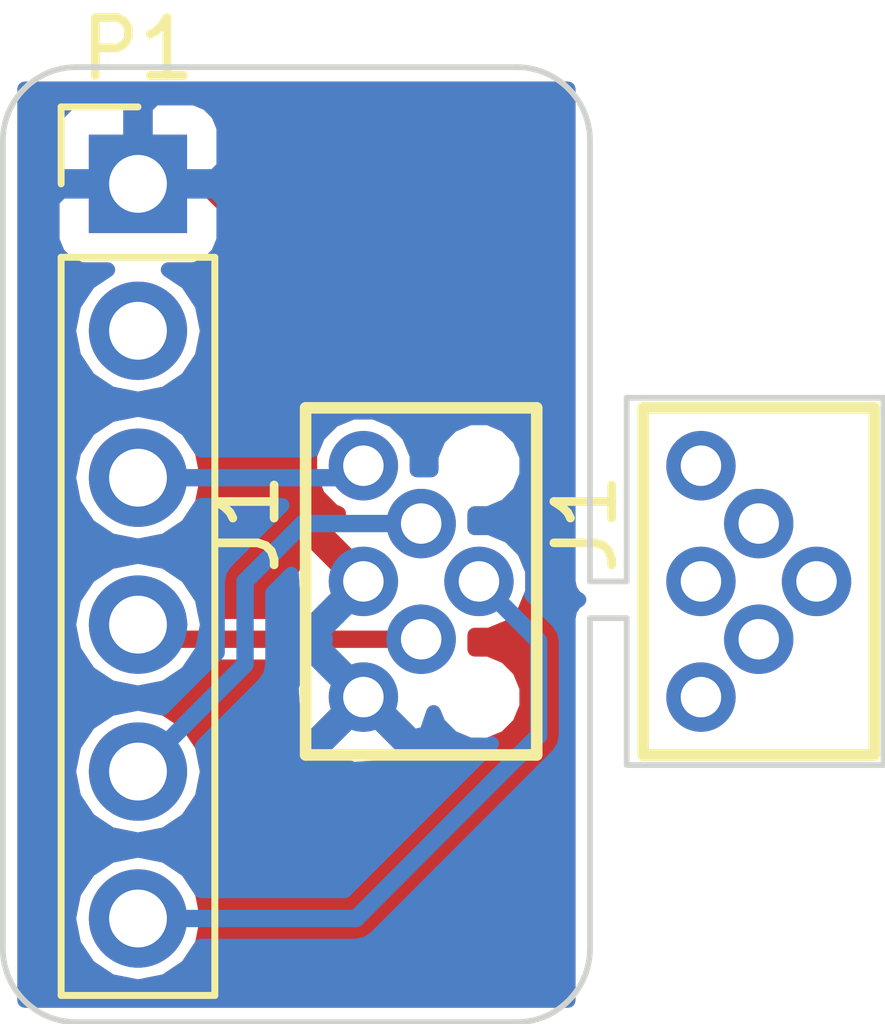
<source format=kicad_pcb>
(kicad_pcb (version 20170919) (host pcbnew "(2017-09-19 revision dddaa7e69)-makepkg")

  (general
    (thickness 1.6)
    (drawings 16)
    (tracks 19)
    (zones 0)
    (modules 3)
    (nets 7)
  )

  (page A4)
  (layers
    (0 F.Cu signal)
    (31 B.Cu signal)
    (32 B.Adhes user)
    (33 F.Adhes user)
    (34 B.Paste user)
    (35 F.Paste user)
    (36 B.SilkS user)
    (37 F.SilkS user)
    (38 B.Mask user)
    (39 F.Mask user)
    (40 Dwgs.User user)
    (41 Cmts.User user)
    (42 Eco1.User user)
    (43 Eco2.User user)
    (44 Edge.Cuts user)
    (45 Margin user)
    (46 B.CrtYd user)
    (47 F.CrtYd user)
    (48 B.Fab user)
    (49 F.Fab user hide)
  )

  (setup
    (last_trace_width 0.25)
    (trace_clearance 0.1)
    (zone_clearance 0.2)
    (zone_45_only no)
    (trace_min 0.2)
    (segment_width 0.2)
    (edge_width 0.1)
    (via_size 0.8)
    (via_drill 0.4)
    (via_min_size 0.4)
    (via_min_drill 0.3)
    (uvia_size 0.3)
    (uvia_drill 0.1)
    (uvias_allowed no)
    (uvia_min_size 0.2)
    (uvia_min_drill 0.1)
    (pcb_text_width 0.3)
    (pcb_text_size 1.5 1.5)
    (mod_edge_width 0.15)
    (mod_text_size 1 1)
    (mod_text_width 0.15)
    (pad_size 1.2 1.2)
    (pad_drill 0.7)
    (pad_to_mask_clearance 0)
    (aux_axis_origin 0 0)
    (visible_elements 7FFFFFFF)
    (pcbplotparams
      (layerselection 0x01000_ffffffff)
      (usegerberextensions false)
      (usegerberattributes true)
      (usegerberadvancedattributes true)
      (creategerberjobfile true)
      (excludeedgelayer true)
      (linewidth 2.000000)
      (plotframeref false)
      (viasonmask false)
      (mode 1)
      (useauxorigin false)
      (hpglpennumber 1)
      (hpglpenspeed 20)
      (hpglpendiameter 15)
      (psnegative false)
      (psa4output false)
      (plotreference true)
      (plotvalue true)
      (plotinvisibletext false)
      (padsonsilk false)
      (subtractmaskfromsilk false)
      (outputformat 1)
      (mirror false)
      (drillshape 0)
      (scaleselection 1)
      (outputdirectory ./gerb))
  )

  (net 0 "")
  (net 1 "Net-(J1-Pad1)")
  (net 2 "Net-(J1-Pad2)")
  (net 3 "Net-(J1-Pad3)")
  (net 4 "Net-(J1-Pad4)")
  (net 5 "Net-(P1-Pad2)")
  (net 6 GND)

  (net_class Default "This is the default net class."
    (clearance 0.1)
    (trace_width 0.25)
    (via_dia 0.8)
    (via_drill 0.4)
    (uvia_dia 0.3)
    (uvia_drill 0.1)
    (add_net GND)
    (add_net "Net-(J1-Pad1)")
    (add_net "Net-(J1-Pad2)")
    (add_net "Net-(J1-Pad3)")
    (add_net "Net-(J1-Pad4)")
    (add_net "Net-(P1-Pad2)")
  )

  (module Socket_Strips:Socket_Strip_Straight_1x06_Pitch2.54mm (layer F.Cu) (tedit 58CD5446) (tstamp 59D81C81)
    (at 124.258095 160.1325)
    (descr "Through hole straight socket strip, 1x06, 2.54mm pitch, single row")
    (tags "Through hole socket strip THT 1x06 2.54mm single row")
    (path /59D80F83)
    (fp_text reference P1 (at 0 -2.33) (layer F.SilkS)
      (effects (font (size 1 1) (thickness 0.15)))
    )
    (fp_text value TTL_232R_3V3 (at 0 15.03) (layer F.Fab)
      (effects (font (size 1 1) (thickness 0.15)))
    )
    (fp_text user %R (at 0 -2.33) (layer F.Fab)
      (effects (font (size 1 1) (thickness 0.15)))
    )
    (fp_line (start 1.8 -1.8) (end -1.8 -1.8) (layer F.CrtYd) (width 0.05))
    (fp_line (start 1.8 14.5) (end 1.8 -1.8) (layer F.CrtYd) (width 0.05))
    (fp_line (start -1.8 14.5) (end 1.8 14.5) (layer F.CrtYd) (width 0.05))
    (fp_line (start -1.8 -1.8) (end -1.8 14.5) (layer F.CrtYd) (width 0.05))
    (fp_line (start -1.33 -1.33) (end 0 -1.33) (layer F.SilkS) (width 0.12))
    (fp_line (start -1.33 0) (end -1.33 -1.33) (layer F.SilkS) (width 0.12))
    (fp_line (start 1.33 1.27) (end -1.33 1.27) (layer F.SilkS) (width 0.12))
    (fp_line (start 1.33 14.03) (end 1.33 1.27) (layer F.SilkS) (width 0.12))
    (fp_line (start -1.33 14.03) (end 1.33 14.03) (layer F.SilkS) (width 0.12))
    (fp_line (start -1.33 1.27) (end -1.33 14.03) (layer F.SilkS) (width 0.12))
    (fp_line (start 1.27 -1.27) (end -1.27 -1.27) (layer F.Fab) (width 0.1))
    (fp_line (start 1.27 13.97) (end 1.27 -1.27) (layer F.Fab) (width 0.1))
    (fp_line (start -1.27 13.97) (end 1.27 13.97) (layer F.Fab) (width 0.1))
    (fp_line (start -1.27 -1.27) (end -1.27 13.97) (layer F.Fab) (width 0.1))
    (pad 6 thru_hole oval (at 0 12.7) (size 1.7 1.7) (drill 1) (layers *.Cu *.Mask)
      (net 1 "Net-(J1-Pad1)"))
    (pad 5 thru_hole oval (at 0 10.16) (size 1.7 1.7) (drill 1) (layers *.Cu *.Mask)
      (net 2 "Net-(J1-Pad2)"))
    (pad 4 thru_hole oval (at 0 7.62) (size 1.7 1.7) (drill 1) (layers *.Cu *.Mask)
      (net 3 "Net-(J1-Pad3)"))
    (pad 3 thru_hole oval (at 0 5.08) (size 1.7 1.7) (drill 1) (layers *.Cu *.Mask)
      (net 4 "Net-(J1-Pad4)"))
    (pad 2 thru_hole oval (at 0 2.54) (size 1.7 1.7) (drill 1) (layers *.Cu *.Mask)
      (net 5 "Net-(P1-Pad2)"))
    (pad 1 thru_hole rect (at 0 0) (size 1.7 1.7) (drill 1) (layers *.Cu *.Mask)
      (net 6 GND))
    (model ${KISYS3DMOD}/Socket_Strips.3dshapes/Socket_Strip_Straight_1x06_Pitch2.54mm.wrl
      (at (xyz 0 -0.25 0))
      (scale (xyz 1 1 1))
      (rotate (xyz 0 0 270))
    )
  )

  (module myStuff:myPogoPads (layer F.Cu) (tedit 59D80FB6) (tstamp 59D84A25)
    (at 135.001 167.005 270)
    (path /59D80D8F)
    (fp_text reference J1 (at -1 3 270) (layer F.SilkS)
      (effects (font (size 1 1) (thickness 0.15)))
    )
    (fp_text value Conn_01x06 (at 0 -3 270) (layer F.Fab)
      (effects (font (size 1 1) (thickness 0.15)))
    )
    (fp_line (start 3 2) (end -3 2) (layer F.SilkS) (width 0.2))
    (fp_line (start 3 -2) (end 3 2) (layer F.SilkS) (width 0.2))
    (fp_line (start -3 -2) (end 3 -2) (layer F.SilkS) (width 0.2))
    (fp_line (start -3 -2) (end -3 2) (layer F.SilkS) (width 0.2))
    (pad "" np_thru_hole circle (at 2 -1 270) (size 1 1) (drill 1) (layers *.Cu *.Mask))
    (pad "" np_thru_hole circle (at -2 -1 270) (size 1 1) (drill 1) (layers *.Cu *.Mask))
    (pad 6 thru_hole circle (at 2 1 270) (size 1.2 1.2) (drill 0.7) (layers *.Cu *.Mask)
      (net 6 GND))
    (pad 5 thru_hole circle (at 0 1 270) (size 1.2 1.2) (drill 0.7) (layers *.Cu *.Mask)
      (net 6 GND))
    (pad 4 thru_hole circle (at -2 1 270) (size 1.2 1.2) (drill 0.7) (layers *.Cu *.Mask)
      (net 4 "Net-(J1-Pad4)"))
    (pad 3 thru_hole circle (at 1 0 270) (size 1.2 1.2) (drill 0.7) (layers *.Cu *.Mask)
      (net 3 "Net-(J1-Pad3)"))
    (pad 2 thru_hole circle (at -1 0 270) (size 1.2 1.2) (drill 0.7) (layers *.Cu *.Mask)
      (net 2 "Net-(J1-Pad2)"))
    (pad 1 thru_hole circle (at 0 -1 270) (size 1.2 1.2) (drill 0.7) (layers *.Cu *.Mask)
      (net 1 "Net-(J1-Pad1)"))
  )

  (module myStuff:myPogoPads (layer F.Cu) (tedit 59D80FB6) (tstamp 59D80F72)
    (at 129.159 167.005 270)
    (path /59D80D8F)
    (fp_text reference J1 (at -1 3 270) (layer F.SilkS)
      (effects (font (size 1 1) (thickness 0.15)))
    )
    (fp_text value Conn_01x06 (at 0 -3 270) (layer F.Fab)
      (effects (font (size 1 1) (thickness 0.15)))
    )
    (fp_line (start -3 -2) (end -3 2) (layer F.SilkS) (width 0.2))
    (fp_line (start -3 -2) (end 3 -2) (layer F.SilkS) (width 0.2))
    (fp_line (start 3 -2) (end 3 2) (layer F.SilkS) (width 0.2))
    (fp_line (start 3 2) (end -3 2) (layer F.SilkS) (width 0.2))
    (pad 1 thru_hole circle (at 0 -1 270) (size 1.2 1.2) (drill 0.7) (layers *.Cu *.Mask)
      (net 1 "Net-(J1-Pad1)"))
    (pad 2 thru_hole circle (at -1 0 270) (size 1.2 1.2) (drill 0.7) (layers *.Cu *.Mask)
      (net 2 "Net-(J1-Pad2)"))
    (pad 3 thru_hole circle (at 1 0 270) (size 1.2 1.2) (drill 0.7) (layers *.Cu *.Mask)
      (net 3 "Net-(J1-Pad3)"))
    (pad 4 thru_hole circle (at -2 1 270) (size 1.2 1.2) (drill 0.7) (layers *.Cu *.Mask)
      (net 4 "Net-(J1-Pad4)"))
    (pad 5 thru_hole circle (at 0 1 270) (size 1.2 1.2) (drill 0.7) (layers *.Cu *.Mask)
      (net 6 GND))
    (pad 6 thru_hole circle (at 2 1 270) (size 1.2 1.2) (drill 0.7) (layers *.Cu *.Mask)
      (net 6 GND))
    (pad "" np_thru_hole circle (at -2 -1 270) (size 1 1) (drill 1) (layers *.Cu *.Mask))
    (pad "" np_thru_hole circle (at 2 -1 270) (size 1 1) (drill 1) (layers *.Cu *.Mask))
  )

  (gr_arc (start 123.19 159.385) (end 123.19 158.115) (angle -90) (layer Edge.Cuts) (width 0.1) (tstamp 59D81CF5))
  (gr_arc (start 130.81 159.385) (end 132.08 159.385) (angle -90) (layer Edge.Cuts) (width 0.1) (tstamp 59D81CF2))
  (gr_arc (start 130.81 173.355) (end 130.81 174.625) (angle -90) (layer Edge.Cuts) (width 0.1) (tstamp 59D81CEF))
  (gr_arc (start 123.19 173.355) (end 121.92 173.355) (angle -90) (layer Edge.Cuts) (width 0.1))
  (gr_line (start 132.08 167.64) (end 132.08 173.355) (layer Edge.Cuts) (width 0.1))
  (gr_line (start 132.715 167.64) (end 132.08 167.64) (layer Edge.Cuts) (width 0.1))
  (gr_line (start 132.715 170.18) (end 132.715 167.64) (layer Edge.Cuts) (width 0.1))
  (gr_line (start 137.16 170.18) (end 132.715 170.18) (layer Edge.Cuts) (width 0.1))
  (gr_line (start 137.16 163.83) (end 137.16 170.18) (layer Edge.Cuts) (width 0.1))
  (gr_line (start 132.715 163.83) (end 137.16 163.83) (layer Edge.Cuts) (width 0.1))
  (gr_line (start 132.715 167.005) (end 132.715 163.83) (layer Edge.Cuts) (width 0.1))
  (gr_line (start 132.08 167.005) (end 132.715 167.005) (layer Edge.Cuts) (width 0.1))
  (gr_line (start 132.08 159.385) (end 132.08 167.005) (layer Edge.Cuts) (width 0.1))
  (gr_line (start 130.81 158.115) (end 123.19 158.115) (layer Edge.Cuts) (width 0.1))
  (gr_line (start 123.19 174.625) (end 130.81 174.625) (layer Edge.Cuts) (width 0.1))
  (gr_line (start 121.92 159.385) (end 121.92 173.355) (layer Edge.Cuts) (width 0.1))

  (segment (start 124.258095 172.8325) (end 128.0305 172.8325) (width 0.3) (layer B.Cu) (net 1))
  (segment (start 128.0305 172.8325) (end 131.191 169.672) (width 0.3) (layer B.Cu) (net 1))
  (segment (start 130.758999 167.604999) (end 130.159 167.005) (width 0.3) (layer B.Cu) (net 1))
  (segment (start 131.191 169.672) (end 131.191 168.037) (width 0.3) (layer B.Cu) (net 1))
  (segment (start 131.191 168.037) (end 130.758999 167.604999) (width 0.3) (layer B.Cu) (net 1))
  (segment (start 124.258095 170.2925) (end 126.111 168.439595) (width 0.3) (layer B.Cu) (net 2))
  (segment (start 126.111 168.439595) (end 126.111 167.005) (width 0.3) (layer B.Cu) (net 2))
  (segment (start 126.111 167.005) (end 127.111 166.005) (width 0.3) (layer B.Cu) (net 2))
  (segment (start 127.111 166.005) (end 129.159 166.005) (width 0.3) (layer B.Cu) (net 2))
  (segment (start 124.258095 167.7525) (end 124.510595 168.005) (width 0.3) (layer F.Cu) (net 3))
  (segment (start 124.510595 168.005) (end 127.238 168.005) (width 0.3) (layer F.Cu) (net 3))
  (segment (start 127.238 168.005) (end 129.159 168.005) (width 0.3) (layer F.Cu) (net 3))
  (segment (start 124.258095 167.7525) (end 124.965201 167.7525) (width 0.3) (layer B.Cu) (net 3))
  (segment (start 124.258095 165.2125) (end 127.9515 165.2125) (width 0.3) (layer B.Cu) (net 4))
  (segment (start 127.9515 165.2125) (end 128.159 165.005) (width 0.3) (layer B.Cu) (net 4))
  (segment (start 126.746 161.470405) (end 126.746 165.592) (width 0.3) (layer F.Cu) (net 6))
  (segment (start 126.746 165.592) (end 128.159 167.005) (width 0.3) (layer F.Cu) (net 6))
  (segment (start 124.258095 160.1325) (end 125.408095 160.1325) (width 0.3) (layer F.Cu) (net 6))
  (segment (start 125.408095 160.1325) (end 126.746 161.470405) (width 0.3) (layer F.Cu) (net 6))

  (zone (net 6) (net_name GND) (layer F.Cu) (tstamp 0) (hatch edge 0.508)
    (connect_pads (clearance 0.2))
    (min_thickness 0.254)
    (fill yes (arc_segments 16) (thermal_gap 0.508) (thermal_bridge_width 0.508))
    (polygon
      (pts
        (xy 121.92 158.115) (xy 132.08 158.115) (xy 132.08 174.625) (xy 121.92 174.625)
      )
    )
    (filled_polygon
      (pts
        (xy 131.703 167.005) (xy 131.731697 167.149272) (xy 131.813421 167.271579) (xy 131.889629 167.3225) (xy 131.813421 167.373421)
        (xy 131.731697 167.495728) (xy 131.703 167.64) (xy 131.703 174.248) (xy 122.297 174.248) (xy 122.297 172.8325)
        (xy 123.058036 172.8325) (xy 123.14763 173.282918) (xy 123.402771 173.664765) (xy 123.784618 173.919906) (xy 124.235036 174.0095)
        (xy 124.281154 174.0095) (xy 124.731572 173.919906) (xy 125.113419 173.664765) (xy 125.36856 173.282918) (xy 125.458154 172.8325)
        (xy 125.36856 172.382082) (xy 125.113419 172.000235) (xy 124.731572 171.745094) (xy 124.281154 171.6555) (xy 124.235036 171.6555)
        (xy 123.784618 171.745094) (xy 123.402771 172.000235) (xy 123.14763 172.382082) (xy 123.058036 172.8325) (xy 122.297 172.8325)
        (xy 122.297 170.2925) (xy 123.058036 170.2925) (xy 123.14763 170.742918) (xy 123.402771 171.124765) (xy 123.784618 171.379906)
        (xy 124.235036 171.4695) (xy 124.281154 171.4695) (xy 124.731572 171.379906) (xy 125.113419 171.124765) (xy 125.36856 170.742918)
        (xy 125.458154 170.2925) (xy 125.373663 169.867735) (xy 127.47587 169.867735) (xy 127.525383 170.093164) (xy 127.990036 170.252807)
        (xy 128.480413 170.222482) (xy 128.792617 170.093164) (xy 128.84213 169.867735) (xy 128.159 169.184605) (xy 127.47587 169.867735)
        (xy 125.373663 169.867735) (xy 125.36856 169.842082) (xy 125.113419 169.460235) (xy 124.731572 169.205094) (xy 124.281154 169.1155)
        (xy 124.235036 169.1155) (xy 123.784618 169.205094) (xy 123.402771 169.460235) (xy 123.14763 169.842082) (xy 123.058036 170.2925)
        (xy 122.297 170.2925) (xy 122.297 167.7525) (xy 123.058036 167.7525) (xy 123.14763 168.202918) (xy 123.402771 168.584765)
        (xy 123.784618 168.839906) (xy 124.235036 168.9295) (xy 124.281154 168.9295) (xy 124.731572 168.839906) (xy 125.113419 168.584765)
        (xy 125.182084 168.482) (xy 127.032831 168.482) (xy 126.911193 168.836036) (xy 126.941518 169.326413) (xy 127.070836 169.638617)
        (xy 127.296265 169.68813) (xy 127.979395 169.005) (xy 127.965253 168.990858) (xy 128.144858 168.811253) (xy 128.159 168.825395)
        (xy 128.173143 168.811253) (xy 128.352748 168.990858) (xy 128.338605 169.005) (xy 129.021735 169.68813) (xy 129.247164 169.638617)
        (xy 129.373752 169.270173) (xy 129.457495 169.472846) (xy 129.68993 169.705688) (xy 129.993778 169.831856) (xy 130.322779 169.832143)
        (xy 130.626846 169.706505) (xy 130.859688 169.47407) (xy 130.985856 169.170222) (xy 130.986143 168.841221) (xy 130.860505 168.537154)
        (xy 130.62807 168.304312) (xy 130.324222 168.178144) (xy 130.08585 168.177936) (xy 130.086065 167.931937) (xy 130.342583 167.932161)
        (xy 130.683417 167.791331) (xy 130.944414 167.530789) (xy 131.085839 167.190201) (xy 131.086161 166.821417) (xy 130.945331 166.480583)
        (xy 130.684789 166.219586) (xy 130.344201 166.078161) (xy 130.085937 166.077935) (xy 130.086152 165.831937) (xy 130.322779 165.832143)
        (xy 130.626846 165.706505) (xy 130.859688 165.47407) (xy 130.985856 165.170222) (xy 130.986143 164.841221) (xy 130.860505 164.537154)
        (xy 130.62807 164.304312) (xy 130.324222 164.178144) (xy 129.995221 164.177857) (xy 129.691154 164.303495) (xy 129.458312 164.53593)
        (xy 129.332144 164.839778) (xy 129.331936 165.07815) (xy 129.085937 165.077935) (xy 129.086161 164.821417) (xy 128.945331 164.480583)
        (xy 128.684789 164.219586) (xy 128.344201 164.078161) (xy 127.975417 164.077839) (xy 127.634583 164.218669) (xy 127.373586 164.479211)
        (xy 127.232161 164.819799) (xy 127.231839 165.188583) (xy 127.372669 165.529417) (xy 127.633211 165.790414) (xy 127.731781 165.831344)
        (xy 127.525383 165.916836) (xy 127.47587 166.142265) (xy 128.159 166.825395) (xy 128.173143 166.811253) (xy 128.352748 166.990858)
        (xy 128.338605 167.005) (xy 128.352748 167.019143) (xy 128.173143 167.198748) (xy 128.159 167.184605) (xy 128.144858 167.198748)
        (xy 127.965253 167.019143) (xy 127.979395 167.005) (xy 127.296265 166.32187) (xy 127.070836 166.371383) (xy 126.911193 166.836036)
        (xy 126.941518 167.326413) (xy 127.025017 167.528) (xy 125.413498 167.528) (xy 125.36856 167.302082) (xy 125.113419 166.920235)
        (xy 124.731572 166.665094) (xy 124.281154 166.5755) (xy 124.235036 166.5755) (xy 123.784618 166.665094) (xy 123.402771 166.920235)
        (xy 123.14763 167.302082) (xy 123.058036 167.7525) (xy 122.297 167.7525) (xy 122.297 165.2125) (xy 123.058036 165.2125)
        (xy 123.14763 165.662918) (xy 123.402771 166.044765) (xy 123.784618 166.299906) (xy 124.235036 166.3895) (xy 124.281154 166.3895)
        (xy 124.731572 166.299906) (xy 125.113419 166.044765) (xy 125.36856 165.662918) (xy 125.458154 165.2125) (xy 125.36856 164.762082)
        (xy 125.113419 164.380235) (xy 124.731572 164.125094) (xy 124.281154 164.0355) (xy 124.235036 164.0355) (xy 123.784618 164.125094)
        (xy 123.402771 164.380235) (xy 123.14763 164.762082) (xy 123.058036 165.2125) (xy 122.297 165.2125) (xy 122.297 160.41825)
        (xy 122.773095 160.41825) (xy 122.773095 161.10881) (xy 122.869768 161.342199) (xy 123.048397 161.520827) (xy 123.281786 161.6175)
        (xy 123.736119 161.6175) (xy 123.402771 161.840235) (xy 123.14763 162.222082) (xy 123.058036 162.6725) (xy 123.14763 163.122918)
        (xy 123.402771 163.504765) (xy 123.784618 163.759906) (xy 124.235036 163.8495) (xy 124.281154 163.8495) (xy 124.731572 163.759906)
        (xy 125.113419 163.504765) (xy 125.36856 163.122918) (xy 125.458154 162.6725) (xy 125.36856 162.222082) (xy 125.113419 161.840235)
        (xy 124.780071 161.6175) (xy 125.234404 161.6175) (xy 125.467793 161.520827) (xy 125.646422 161.342199) (xy 125.743095 161.10881)
        (xy 125.743095 160.41825) (xy 125.584345 160.2595) (xy 124.385095 160.2595) (xy 124.385095 160.2795) (xy 124.131095 160.2795)
        (xy 124.131095 160.2595) (xy 122.931845 160.2595) (xy 122.773095 160.41825) (xy 122.297 160.41825) (xy 122.297 159.15619)
        (xy 122.773095 159.15619) (xy 122.773095 159.84675) (xy 122.931845 160.0055) (xy 124.131095 160.0055) (xy 124.131095 158.80625)
        (xy 124.385095 158.80625) (xy 124.385095 160.0055) (xy 125.584345 160.0055) (xy 125.743095 159.84675) (xy 125.743095 159.15619)
        (xy 125.646422 158.922801) (xy 125.467793 158.744173) (xy 125.234404 158.6475) (xy 124.543845 158.6475) (xy 124.385095 158.80625)
        (xy 124.131095 158.80625) (xy 123.972345 158.6475) (xy 123.281786 158.6475) (xy 123.048397 158.744173) (xy 122.869768 158.922801)
        (xy 122.773095 159.15619) (xy 122.297 159.15619) (xy 122.297 158.492) (xy 131.703 158.492)
      )
    )
  )
  (zone (net 6) (net_name GND) (layer B.Cu) (tstamp 0) (hatch edge 0.508)
    (connect_pads (clearance 0.2))
    (min_thickness 0.254)
    (fill yes (arc_segments 16) (thermal_gap 0.508) (thermal_bridge_width 0.508))
    (polygon
      (pts
        (xy 121.92 158.115) (xy 132.08 158.115) (xy 132.08 174.625) (xy 121.92 174.625)
      )
    )
    (filled_polygon
      (pts
        (xy 131.703 167.005) (xy 131.731697 167.149272) (xy 131.813421 167.271579) (xy 131.889629 167.3225) (xy 131.813421 167.373421)
        (xy 131.731697 167.495728) (xy 131.703 167.64) (xy 131.703 174.248) (xy 122.297 174.248) (xy 122.297 167.7525)
        (xy 123.058036 167.7525) (xy 123.14763 168.202918) (xy 123.402771 168.584765) (xy 123.784618 168.839906) (xy 124.235036 168.9295)
        (xy 124.281154 168.9295) (xy 124.731572 168.839906) (xy 125.113419 168.584765) (xy 125.36856 168.202918) (xy 125.458154 167.7525)
        (xy 125.36856 167.302082) (xy 125.113419 166.920235) (xy 124.731572 166.665094) (xy 124.281154 166.5755) (xy 124.235036 166.5755)
        (xy 123.784618 166.665094) (xy 123.402771 166.920235) (xy 123.14763 167.302082) (xy 123.058036 167.7525) (xy 122.297 167.7525)
        (xy 122.297 165.2125) (xy 123.058036 165.2125) (xy 123.14763 165.662918) (xy 123.402771 166.044765) (xy 123.784618 166.299906)
        (xy 124.235036 166.3895) (xy 124.281154 166.3895) (xy 124.731572 166.299906) (xy 125.113419 166.044765) (xy 125.350799 165.6895)
        (xy 126.75192 165.6895) (xy 125.77371 166.66771) (xy 125.670309 166.82246) (xy 125.634 167.005) (xy 125.634 168.242015)
        (xy 124.680984 169.195031) (xy 124.281154 169.1155) (xy 124.235036 169.1155) (xy 123.784618 169.205094) (xy 123.402771 169.460235)
        (xy 123.14763 169.842082) (xy 123.058036 170.2925) (xy 123.14763 170.742918) (xy 123.402771 171.124765) (xy 123.784618 171.379906)
        (xy 124.235036 171.4695) (xy 124.281154 171.4695) (xy 124.731572 171.379906) (xy 125.113419 171.124765) (xy 125.36856 170.742918)
        (xy 125.458154 170.2925) (xy 125.373663 169.867735) (xy 127.47587 169.867735) (xy 127.525383 170.093164) (xy 127.990036 170.252807)
        (xy 128.480413 170.222482) (xy 128.792617 170.093164) (xy 128.84213 169.867735) (xy 128.159 169.184605) (xy 127.47587 169.867735)
        (xy 125.373663 169.867735) (xy 125.370971 169.854204) (xy 126.389139 168.836036) (xy 126.911193 168.836036) (xy 126.941518 169.326413)
        (xy 127.070836 169.638617) (xy 127.296265 169.68813) (xy 127.979395 169.005) (xy 127.296265 168.32187) (xy 127.070836 168.371383)
        (xy 126.911193 168.836036) (xy 126.389139 168.836036) (xy 126.44829 168.776885) (xy 126.551691 168.622136) (xy 126.588 168.439595)
        (xy 126.588 167.20258) (xy 126.913718 166.876862) (xy 126.941518 167.326413) (xy 127.070836 167.638617) (xy 127.296265 167.68813)
        (xy 127.979395 167.005) (xy 127.965253 166.990858) (xy 128.144858 166.811253) (xy 128.159 166.825395) (xy 128.173143 166.811253)
        (xy 128.352748 166.990858) (xy 128.338605 167.005) (xy 128.352748 167.019143) (xy 128.173143 167.198748) (xy 128.159 167.184605)
        (xy 127.47587 167.867735) (xy 127.506019 168.005) (xy 127.47587 168.142265) (xy 128.159 168.825395) (xy 128.173143 168.811253)
        (xy 128.352748 168.990858) (xy 128.338605 169.005) (xy 129.021735 169.68813) (xy 129.247164 169.638617) (xy 129.373752 169.270173)
        (xy 129.457495 169.472846) (xy 129.68993 169.705688) (xy 129.993778 169.831856) (xy 130.322779 169.832143) (xy 130.379864 169.808556)
        (xy 127.83292 172.3555) (xy 125.350799 172.3555) (xy 125.113419 172.000235) (xy 124.731572 171.745094) (xy 124.281154 171.6555)
        (xy 124.235036 171.6555) (xy 123.784618 171.745094) (xy 123.402771 172.000235) (xy 123.14763 172.382082) (xy 123.058036 172.8325)
        (xy 123.14763 173.282918) (xy 123.402771 173.664765) (xy 123.784618 173.919906) (xy 124.235036 174.0095) (xy 124.281154 174.0095)
        (xy 124.731572 173.919906) (xy 125.113419 173.664765) (xy 125.350799 173.3095) (xy 128.0305 173.3095) (xy 128.21304 173.273191)
        (xy 128.36779 173.16979) (xy 131.52829 170.00929) (xy 131.631691 169.85454) (xy 131.668 169.672) (xy 131.668 168.037)
        (xy 131.631691 167.85446) (xy 131.52829 167.69971) (xy 131.066164 167.237584) (xy 131.085839 167.190201) (xy 131.086161 166.821417)
        (xy 130.945331 166.480583) (xy 130.684789 166.219586) (xy 130.344201 166.078161) (xy 130.085937 166.077935) (xy 130.086152 165.831937)
        (xy 130.322779 165.832143) (xy 130.626846 165.706505) (xy 130.859688 165.47407) (xy 130.985856 165.170222) (xy 130.986143 164.841221)
        (xy 130.860505 164.537154) (xy 130.62807 164.304312) (xy 130.324222 164.178144) (xy 129.995221 164.177857) (xy 129.691154 164.303495)
        (xy 129.458312 164.53593) (xy 129.332144 164.839778) (xy 129.331936 165.07815) (xy 129.085937 165.077935) (xy 129.086161 164.821417)
        (xy 128.945331 164.480583) (xy 128.684789 164.219586) (xy 128.344201 164.078161) (xy 127.975417 164.077839) (xy 127.634583 164.218669)
        (xy 127.373586 164.479211) (xy 127.267165 164.7355) (xy 125.350799 164.7355) (xy 125.113419 164.380235) (xy 124.731572 164.125094)
        (xy 124.281154 164.0355) (xy 124.235036 164.0355) (xy 123.784618 164.125094) (xy 123.402771 164.380235) (xy 123.14763 164.762082)
        (xy 123.058036 165.2125) (xy 122.297 165.2125) (xy 122.297 160.41825) (xy 122.773095 160.41825) (xy 122.773095 161.10881)
        (xy 122.869768 161.342199) (xy 123.048397 161.520827) (xy 123.281786 161.6175) (xy 123.736119 161.6175) (xy 123.402771 161.840235)
        (xy 123.14763 162.222082) (xy 123.058036 162.6725) (xy 123.14763 163.122918) (xy 123.402771 163.504765) (xy 123.784618 163.759906)
        (xy 124.235036 163.8495) (xy 124.281154 163.8495) (xy 124.731572 163.759906) (xy 125.113419 163.504765) (xy 125.36856 163.122918)
        (xy 125.458154 162.6725) (xy 125.36856 162.222082) (xy 125.113419 161.840235) (xy 124.780071 161.6175) (xy 125.234404 161.6175)
        (xy 125.467793 161.520827) (xy 125.646422 161.342199) (xy 125.743095 161.10881) (xy 125.743095 160.41825) (xy 125.584345 160.2595)
        (xy 124.385095 160.2595) (xy 124.385095 160.2795) (xy 124.131095 160.2795) (xy 124.131095 160.2595) (xy 122.931845 160.2595)
        (xy 122.773095 160.41825) (xy 122.297 160.41825) (xy 122.297 159.15619) (xy 122.773095 159.15619) (xy 122.773095 159.84675)
        (xy 122.931845 160.0055) (xy 124.131095 160.0055) (xy 124.131095 158.80625) (xy 124.385095 158.80625) (xy 124.385095 160.0055)
        (xy 125.584345 160.0055) (xy 125.743095 159.84675) (xy 125.743095 159.15619) (xy 125.646422 158.922801) (xy 125.467793 158.744173)
        (xy 125.234404 158.6475) (xy 124.543845 158.6475) (xy 124.385095 158.80625) (xy 124.131095 158.80625) (xy 123.972345 158.6475)
        (xy 123.281786 158.6475) (xy 123.048397 158.744173) (xy 122.869768 158.922801) (xy 122.773095 159.15619) (xy 122.297 159.15619)
        (xy 122.297 158.492) (xy 131.703 158.492)
      )
    )
  )
)

</source>
